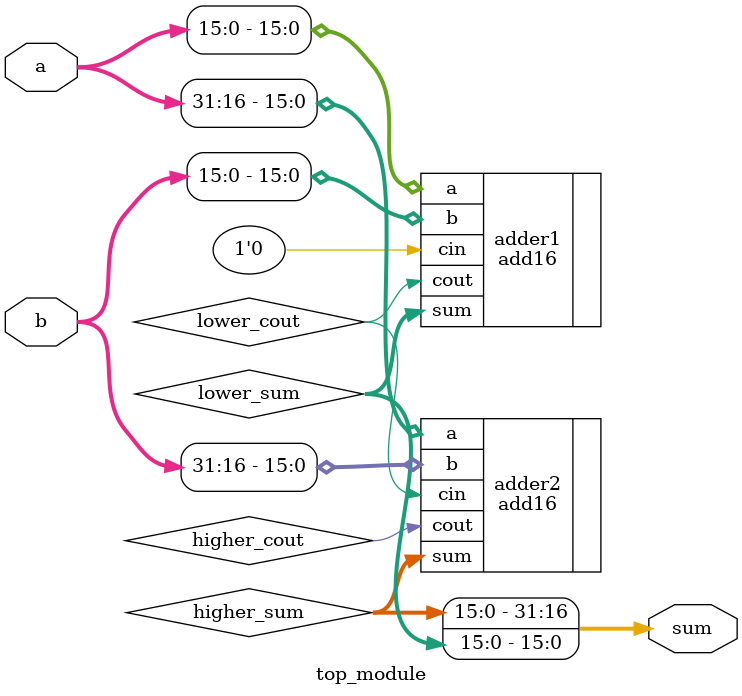
<source format=v>
module top_module (
    input  [31:0] a,
    input  [31:0] b,
    output [31:0] sum
);
  wire [15:0] lower_sum, higher_sum;
  wire lower_cout, higher_cout;
  add16 adder1 (
      .a(a[15:0]),
      .b(b[15:0]),
      .cin(1'b0),
      .sum(lower_sum),
      .cout(lower_cout)
  );
  add16 adder2 (
      .a(a[31:16]),
      .b(b[31:16]),
      .cin(lower_cout),
      .sum(higher_sum),
      .cout(higher_cout)
  );

  assign sum = {higher_sum, lower_sum};

endmodule

</source>
